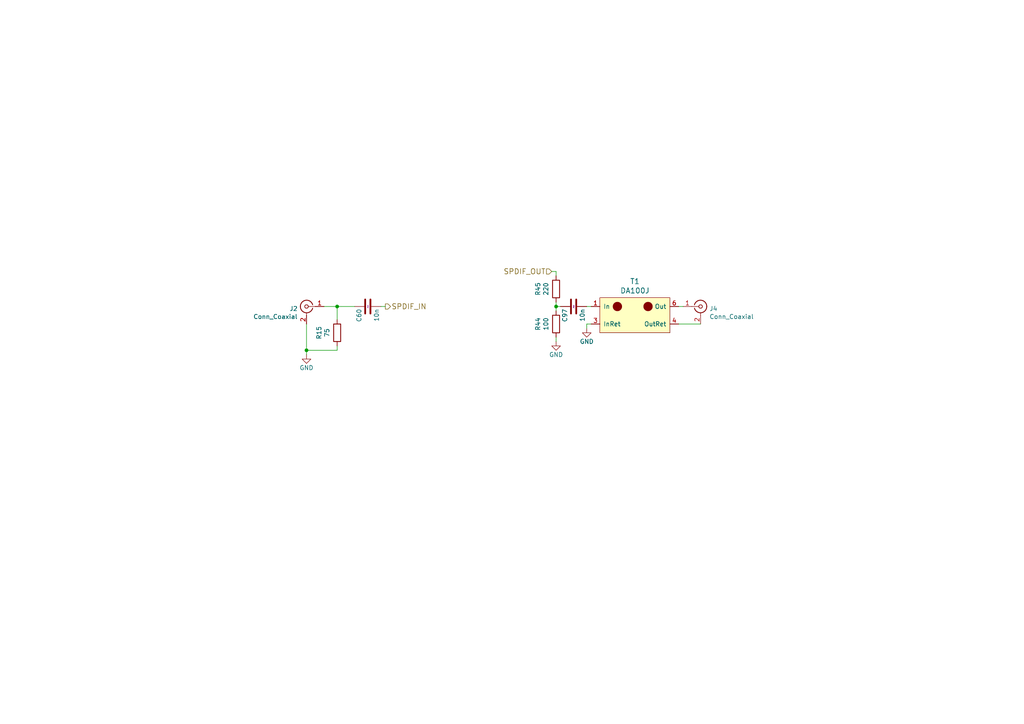
<source format=kicad_sch>
(kicad_sch (version 20211123) (generator eeschema)

  (uuid 22fd57c4-481e-4417-b920-694451210da2)

  (paper "A4")

  (title_block
    (title "SPDIF")
    (date "2021-03-30")
    (rev "V0.1")
  )

  (lib_symbols
    (symbol "Connector:Conn_Coaxial" (pin_names (offset 1.016) hide) (in_bom yes) (on_board yes)
      (property "Reference" "J" (id 0) (at 0.254 3.048 0)
        (effects (font (size 1.27 1.27)))
      )
      (property "Value" "Conn_Coaxial" (id 1) (at 2.921 0 90)
        (effects (font (size 1.27 1.27)))
      )
      (property "Footprint" "" (id 2) (at 0 0 0)
        (effects (font (size 1.27 1.27)) hide)
      )
      (property "Datasheet" " ~" (id 3) (at 0 0 0)
        (effects (font (size 1.27 1.27)) hide)
      )
      (property "ki_keywords" "BNC SMA SMB SMC LEMO coaxial connector CINCH RCA" (id 4) (at 0 0 0)
        (effects (font (size 1.27 1.27)) hide)
      )
      (property "ki_description" "coaxial connector (BNC, SMA, SMB, SMC, Cinch/RCA, LEMO, ...)" (id 5) (at 0 0 0)
        (effects (font (size 1.27 1.27)) hide)
      )
      (property "ki_fp_filters" "*BNC* *SMA* *SMB* *SMC* *Cinch* *LEMO*" (id 6) (at 0 0 0)
        (effects (font (size 1.27 1.27)) hide)
      )
      (symbol "Conn_Coaxial_0_1"
        (arc (start -1.778 -0.508) (mid 0.222 -1.808) (end 1.778 0)
          (stroke (width 0.254) (type default) (color 0 0 0 0))
          (fill (type none))
        )
        (polyline
          (pts
            (xy -2.54 0)
            (xy -0.508 0)
          )
          (stroke (width 0) (type default) (color 0 0 0 0))
          (fill (type none))
        )
        (polyline
          (pts
            (xy 0 -2.54)
            (xy 0 -1.778)
          )
          (stroke (width 0) (type default) (color 0 0 0 0))
          (fill (type none))
        )
        (circle (center 0 0) (radius 0.508)
          (stroke (width 0.2032) (type default) (color 0 0 0 0))
          (fill (type none))
        )
        (arc (start 1.778 0) (mid 0.222 1.8083) (end -1.778 0.508)
          (stroke (width 0.254) (type default) (color 0 0 0 0))
          (fill (type none))
        )
      )
      (symbol "Conn_Coaxial_1_1"
        (pin passive line (at -5.08 0 0) (length 2.54)
          (name "In" (effects (font (size 1.27 1.27))))
          (number "1" (effects (font (size 1.27 1.27))))
        )
        (pin passive line (at 0 -5.08 90) (length 2.54)
          (name "Ext" (effects (font (size 1.27 1.27))))
          (number "2" (effects (font (size 1.27 1.27))))
        )
      )
    )
    (symbol "Device:C" (pin_numbers hide) (pin_names (offset 0.254)) (in_bom yes) (on_board yes)
      (property "Reference" "C" (id 0) (at 0.635 2.54 0)
        (effects (font (size 1.27 1.27)) (justify left))
      )
      (property "Value" "C" (id 1) (at 0.635 -2.54 0)
        (effects (font (size 1.27 1.27)) (justify left))
      )
      (property "Footprint" "" (id 2) (at 0.9652 -3.81 0)
        (effects (font (size 1.27 1.27)) hide)
      )
      (property "Datasheet" "~" (id 3) (at 0 0 0)
        (effects (font (size 1.27 1.27)) hide)
      )
      (property "ki_keywords" "cap capacitor" (id 4) (at 0 0 0)
        (effects (font (size 1.27 1.27)) hide)
      )
      (property "ki_description" "Unpolarized capacitor" (id 5) (at 0 0 0)
        (effects (font (size 1.27 1.27)) hide)
      )
      (property "ki_fp_filters" "C_*" (id 6) (at 0 0 0)
        (effects (font (size 1.27 1.27)) hide)
      )
      (symbol "C_0_1"
        (polyline
          (pts
            (xy -2.032 -0.762)
            (xy 2.032 -0.762)
          )
          (stroke (width 0.508) (type default) (color 0 0 0 0))
          (fill (type none))
        )
        (polyline
          (pts
            (xy -2.032 0.762)
            (xy 2.032 0.762)
          )
          (stroke (width 0.508) (type default) (color 0 0 0 0))
          (fill (type none))
        )
      )
      (symbol "C_1_1"
        (pin passive line (at 0 3.81 270) (length 2.794)
          (name "~" (effects (font (size 1.27 1.27))))
          (number "1" (effects (font (size 1.27 1.27))))
        )
        (pin passive line (at 0 -3.81 90) (length 2.794)
          (name "~" (effects (font (size 1.27 1.27))))
          (number "2" (effects (font (size 1.27 1.27))))
        )
      )
    )
    (symbol "Device:R" (pin_numbers hide) (pin_names (offset 0)) (in_bom yes) (on_board yes)
      (property "Reference" "R" (id 0) (at 2.032 0 90)
        (effects (font (size 1.27 1.27)))
      )
      (property "Value" "R" (id 1) (at 0 0 90)
        (effects (font (size 1.27 1.27)))
      )
      (property "Footprint" "" (id 2) (at -1.778 0 90)
        (effects (font (size 1.27 1.27)) hide)
      )
      (property "Datasheet" "~" (id 3) (at 0 0 0)
        (effects (font (size 1.27 1.27)) hide)
      )
      (property "ki_keywords" "R res resistor" (id 4) (at 0 0 0)
        (effects (font (size 1.27 1.27)) hide)
      )
      (property "ki_description" "Resistor" (id 5) (at 0 0 0)
        (effects (font (size 1.27 1.27)) hide)
      )
      (property "ki_fp_filters" "R_*" (id 6) (at 0 0 0)
        (effects (font (size 1.27 1.27)) hide)
      )
      (symbol "R_0_1"
        (rectangle (start -1.016 -2.54) (end 1.016 2.54)
          (stroke (width 0.254) (type default) (color 0 0 0 0))
          (fill (type none))
        )
      )
      (symbol "R_1_1"
        (pin passive line (at 0 3.81 270) (length 1.27)
          (name "~" (effects (font (size 1.27 1.27))))
          (number "1" (effects (font (size 1.27 1.27))))
        )
        (pin passive line (at 0 -3.81 90) (length 1.27)
          (name "~" (effects (font (size 1.27 1.27))))
          (number "2" (effects (font (size 1.27 1.27))))
        )
      )
    )
    (symbol "Transformer_Audio:DA100J" (pin_names (offset 1.016)) (in_bom yes) (on_board yes)
      (property "Reference" "T" (id 0) (at 0 7.62 0)
        (effects (font (size 1.524 1.524)))
      )
      (property "Value" "DA100J" (id 1) (at 0 10.16 0)
        (effects (font (size 1.524 1.524)))
      )
      (property "Footprint" "" (id 2) (at 0 10.16 0)
        (effects (font (size 1.524 1.524)) hide)
      )
      (property "Datasheet" "" (id 3) (at 0 10.16 0)
        (effects (font (size 1.524 1.524)) hide)
      )
      (symbol "DA100J_0_1"
        (rectangle (start -10.16 5.08) (end 10.16 -5.08)
          (stroke (width 0) (type default) (color 0 0 0 0))
          (fill (type background))
        )
        (circle (center -5.08 2.54) (radius 1.27)
          (stroke (width 0) (type default) (color 0 0 0 0))
          (fill (type outline))
        )
        (circle (center 3.81 2.54) (radius 1.27)
          (stroke (width 0) (type default) (color 0 0 0 0))
          (fill (type outline))
        )
      )
      (symbol "DA100J_1_1"
        (pin input line (at -12.7 2.54 0) (length 2.54)
          (name "In" (effects (font (size 1.27 1.27))))
          (number "1" (effects (font (size 1.27 1.27))))
        )
        (pin input line (at -12.7 0 0) (length 2.54) hide
          (name "NC" (effects (font (size 1.27 1.27))))
          (number "2" (effects (font (size 1.27 1.27))))
        )
        (pin input line (at -12.7 -2.54 0) (length 2.54)
          (name "InRet" (effects (font (size 1.27 1.27))))
          (number "3" (effects (font (size 1.27 1.27))))
        )
        (pin output line (at 12.7 -2.54 180) (length 2.54)
          (name "OutRet" (effects (font (size 1.27 1.27))))
          (number "4" (effects (font (size 1.27 1.27))))
        )
        (pin output line (at 12.7 0 180) (length 2.54) hide
          (name "NC" (effects (font (size 1.27 1.27))))
          (number "5" (effects (font (size 1.27 1.27))))
        )
        (pin output line (at 12.7 2.54 180) (length 2.54)
          (name "Out" (effects (font (size 1.27 1.27))))
          (number "6" (effects (font (size 1.27 1.27))))
        )
      )
    )
    (symbol "power:GND" (power) (pin_names (offset 0)) (in_bom yes) (on_board yes)
      (property "Reference" "#PWR" (id 0) (at 0 -6.35 0)
        (effects (font (size 1.27 1.27)) hide)
      )
      (property "Value" "GND" (id 1) (at 0 -3.81 0)
        (effects (font (size 1.27 1.27)))
      )
      (property "Footprint" "" (id 2) (at 0 0 0)
        (effects (font (size 1.27 1.27)) hide)
      )
      (property "Datasheet" "" (id 3) (at 0 0 0)
        (effects (font (size 1.27 1.27)) hide)
      )
      (property "ki_keywords" "global power" (id 4) (at 0 0 0)
        (effects (font (size 1.27 1.27)) hide)
      )
      (property "ki_description" "Power symbol creates a global label with name \"GND\" , ground" (id 5) (at 0 0 0)
        (effects (font (size 1.27 1.27)) hide)
      )
      (symbol "GND_0_1"
        (polyline
          (pts
            (xy 0 0)
            (xy 0 -1.27)
            (xy 1.27 -1.27)
            (xy 0 -2.54)
            (xy -1.27 -1.27)
            (xy 0 -1.27)
          )
          (stroke (width 0) (type default) (color 0 0 0 0))
          (fill (type none))
        )
      )
      (symbol "GND_1_1"
        (pin power_in line (at 0 0 270) (length 0) hide
          (name "GND" (effects (font (size 1.27 1.27))))
          (number "1" (effects (font (size 1.27 1.27))))
        )
      )
    )
  )

  (junction (at 161.29 88.9) (diameter 0) (color 0 0 0 0)
    (uuid 42b7a68a-3837-4773-af68-a35059da48c3)
  )
  (junction (at 88.9 101.6) (diameter 0) (color 0 0 0 0)
    (uuid d7b67c11-d515-46cf-bcf0-0f0ef2d0158a)
  )
  (junction (at 97.79 88.9) (diameter 0) (color 0 0 0 0)
    (uuid de7d8275-fd45-47d5-ae9a-4b0c51b81f57)
  )

  (wire (pts (xy 161.29 97.79) (xy 161.29 99.06))
    (stroke (width 0) (type default) (color 0 0 0 0))
    (uuid 08d1dac8-0d6e-4029-9a06-c8863d7fbd51)
  )
  (wire (pts (xy 170.18 88.9) (xy 171.45 88.9))
    (stroke (width 0) (type default) (color 0 0 0 0))
    (uuid 18b6dcb6-5ab3-481b-b998-33e8cf6d281f)
  )
  (wire (pts (xy 88.9 93.98) (xy 88.9 101.6))
    (stroke (width 0) (type default) (color 0 0 0 0))
    (uuid 1ec648ca-df29-4910-86ed-6f48e345dbdb)
  )
  (wire (pts (xy 161.29 78.74) (xy 161.29 80.01))
    (stroke (width 0) (type default) (color 0 0 0 0))
    (uuid 25b39db8-8576-4473-b331-b912323e85f4)
  )
  (wire (pts (xy 97.79 101.6) (xy 97.79 100.33))
    (stroke (width 0) (type default) (color 0 0 0 0))
    (uuid 30cf5573-2ac5-4d4b-8678-7fcebe2bcd36)
  )
  (wire (pts (xy 160.02 78.74) (xy 161.29 78.74))
    (stroke (width 0) (type default) (color 0 0 0 0))
    (uuid 40962e92-90b6-487d-b0dc-0a6c42b5ebc2)
  )
  (wire (pts (xy 161.29 87.63) (xy 161.29 88.9))
    (stroke (width 0) (type default) (color 0 0 0 0))
    (uuid 41fc1c23-edd4-45a5-8036-7f62b013770f)
  )
  (wire (pts (xy 88.9 102.87) (xy 88.9 101.6))
    (stroke (width 0) (type default) (color 0 0 0 0))
    (uuid 6428332e-b689-4aa8-86bb-3bee31b6f177)
  )
  (wire (pts (xy 102.87 88.9) (xy 97.79 88.9))
    (stroke (width 0) (type default) (color 0 0 0 0))
    (uuid 6b013cb8-9e09-4a62-b02d-814d5cfa604e)
  )
  (wire (pts (xy 97.79 88.9) (xy 97.79 92.71))
    (stroke (width 0) (type default) (color 0 0 0 0))
    (uuid 782e74f8-8e76-4e6f-bfec-df9b9d96b19d)
  )
  (wire (pts (xy 198.12 88.9) (xy 196.85 88.9))
    (stroke (width 0) (type default) (color 0 0 0 0))
    (uuid 7cc510d9-2339-42a7-bb31-eff1142f0636)
  )
  (wire (pts (xy 111.76 88.9) (xy 110.49 88.9))
    (stroke (width 0) (type default) (color 0 0 0 0))
    (uuid 986fa662-6dc8-4009-9871-995c9cfdbebc)
  )
  (wire (pts (xy 196.85 93.98) (xy 203.2 93.98))
    (stroke (width 0) (type default) (color 0 0 0 0))
    (uuid a60f8360-f38f-439d-b446-391101ae4282)
  )
  (wire (pts (xy 93.98 88.9) (xy 97.79 88.9))
    (stroke (width 0) (type default) (color 0 0 0 0))
    (uuid a7035c1b-863b-4bbf-a32a-6ebba2814e2c)
  )
  (wire (pts (xy 170.18 95.25) (xy 170.18 93.98))
    (stroke (width 0) (type default) (color 0 0 0 0))
    (uuid c66790a8-2c84-47da-b059-a728d9f51463)
  )
  (wire (pts (xy 171.45 93.98) (xy 170.18 93.98))
    (stroke (width 0) (type default) (color 0 0 0 0))
    (uuid cb4b7bcd-f8cd-4398-9baf-986854c6b2ae)
  )
  (wire (pts (xy 88.9 101.6) (xy 97.79 101.6))
    (stroke (width 0) (type default) (color 0 0 0 0))
    (uuid cd1b9f49-f6c4-4c81-a715-14d19fd506d7)
  )
  (wire (pts (xy 161.29 88.9) (xy 161.29 90.17))
    (stroke (width 0) (type default) (color 0 0 0 0))
    (uuid dfa2c928-7d9a-4cd3-90db-112716296421)
  )
  (wire (pts (xy 161.29 88.9) (xy 162.56 88.9))
    (stroke (width 0) (type default) (color 0 0 0 0))
    (uuid f9e60890-c09c-4221-9409-43a2ec4885e8)
  )

  (hierarchical_label "SPDIF_IN" (shape output) (at 111.76 88.9 0)
    (effects (font (size 1.524 1.524)) (justify left))
    (uuid 217a6ab0-8c75-4e09-8113-c7b7b906da43)
  )
  (hierarchical_label "SPDIF_OUT" (shape input) (at 160.02 78.74 180)
    (effects (font (size 1.524 1.524)) (justify right))
    (uuid 41ef6d8e-078c-46e5-a743-15f86f94b1c5)
  )

  (symbol (lib_id "Device:C") (at 106.68 88.9 90) (mirror x) (unit 1)
    (in_bom yes) (on_board yes)
    (uuid 00000000-0000-0000-0000-00005b17a13d)
    (property "Reference" "C60" (id 0) (at 104.14 89.535 0)
      (effects (font (size 1.27 1.27)) (justify left))
    )
    (property "Value" "10n" (id 1) (at 109.22 89.535 0)
      (effects (font (size 1.27 1.27)) (justify left))
    )
    (property "Footprint" "Capacitor_SMD:C_0402_1005Metric" (id 2) (at 110.49 89.8652 0)
      (effects (font (size 0.762 0.762)) hide)
    )
    (property "Datasheet" "~" (id 3) (at 106.68 88.9 0)
      (effects (font (size 1.524 1.524)))
    )
    (property "Mfr.Nr." "" (id 4) (at 106.68 88.9 0)
      (effects (font (size 1.27 1.27)) hide)
    )
    (property "MPN" "C15195" (id 5) (at 106.68 88.9 0)
      (effects (font (size 1.27 1.27)) hide)
    )
    (pin "1" (uuid cd0bd3d6-388c-4bd3-a1bb-9766fed659c2))
    (pin "2" (uuid 834201f4-8d45-4200-bfe8-92ad98d89eb3))
  )

  (symbol (lib_id "Device:R") (at 97.79 96.52 0) (unit 1)
    (in_bom yes) (on_board yes)
    (uuid 00000000-0000-0000-0000-0000606a5c2e)
    (property "Reference" "R15" (id 0) (at 92.5322 96.52 90))
    (property "Value" "75" (id 1) (at 94.8436 96.52 90))
    (property "Footprint" "Resistor_SMD:R_0402_1005Metric" (id 2) (at 96.012 96.52 90)
      (effects (font (size 1.27 1.27)) hide)
    )
    (property "Datasheet" "~" (id 3) (at 97.79 96.52 0)
      (effects (font (size 1.27 1.27)) hide)
    )
    (property "Mfr.Nr." "" (id 4) (at 97.79 96.52 0)
      (effects (font (size 1.27 1.27)) hide)
    )
    (property "MPN" "C25133" (id 5) (at 97.79 96.52 0)
      (effects (font (size 1.27 1.27)) hide)
    )
    (pin "1" (uuid 7720021d-9a25-4287-b788-ca5732c07157))
    (pin "2" (uuid 4c37b896-33bd-4871-8fb1-55f67478f1bc))
  )

  (symbol (lib_id "Transformer_Audio:DA100J") (at 184.15 91.44 0) (unit 1)
    (in_bom yes) (on_board yes)
    (uuid 00000000-0000-0000-0000-0000606b12b5)
    (property "Reference" "T1" (id 0) (at 184.15 81.6102 0)
      (effects (font (size 1.524 1.524)))
    )
    (property "Value" "DA100J" (id 1) (at 184.15 84.3026 0)
      (effects (font (size 1.524 1.524)))
    )
    (property "Footprint" "Transformer_Audio:SOIC-6" (id 2) (at 184.15 81.28 0)
      (effects (font (size 1.524 1.524)) hide)
    )
    (property "Datasheet" "" (id 3) (at 184.15 81.28 0)
      (effects (font (size 1.524 1.524)) hide)
    )
    (property "Mfr.Nr." "M" (id 4) (at 184.15 91.44 0)
      (effects (font (size 1.27 1.27)) hide)
    )
    (pin "1" (uuid 25615fec-6439-4429-99d8-8ae35ffc0dca))
    (pin "2" (uuid 40007234-e1ec-43d5-a4e0-07dc8211188c))
    (pin "3" (uuid 994df06d-38b8-49e4-b60e-351a16723a80))
    (pin "4" (uuid e4a972ab-cc61-48e4-8137-98d98e7b5132))
    (pin "5" (uuid 078b3a61-65cd-4002-9839-1acbf20f199a))
    (pin "6" (uuid ecb279f9-e185-49a4-bf64-6732547e0076))
  )

  (symbol (lib_id "power:GND") (at 170.18 95.25 0) (unit 1)
    (in_bom yes) (on_board yes)
    (uuid 00000000-0000-0000-0000-0000606b3c38)
    (property "Reference" "#PWR0192" (id 0) (at 170.18 101.6 0)
      (effects (font (size 1.27 1.27)) hide)
    )
    (property "Value" "GND" (id 1) (at 170.18 99.06 0))
    (property "Footprint" "" (id 2) (at 170.18 95.25 0)
      (effects (font (size 1.27 1.27)) hide)
    )
    (property "Datasheet" "" (id 3) (at 170.18 95.25 0)
      (effects (font (size 1.27 1.27)) hide)
    )
    (pin "1" (uuid 5e0f5619-aaa8-4d6a-a5b1-663f0da17d89))
  )

  (symbol (lib_id "Device:C") (at 166.37 88.9 90) (mirror x) (unit 1)
    (in_bom yes) (on_board yes)
    (uuid 00000000-0000-0000-0000-0000606b665c)
    (property "Reference" "C97" (id 0) (at 163.83 89.535 0)
      (effects (font (size 1.27 1.27)) (justify left))
    )
    (property "Value" "10n" (id 1) (at 168.91 89.535 0)
      (effects (font (size 1.27 1.27)) (justify left))
    )
    (property "Footprint" "Capacitor_SMD:C_0402_1005Metric" (id 2) (at 170.18 89.8652 0)
      (effects (font (size 0.762 0.762)) hide)
    )
    (property "Datasheet" "~" (id 3) (at 166.37 88.9 0)
      (effects (font (size 1.524 1.524)))
    )
    (property "Mfr.Nr." "" (id 4) (at 166.37 88.9 0)
      (effects (font (size 1.27 1.27)) hide)
    )
    (property "MPN" "C15195" (id 5) (at 166.37 88.9 0)
      (effects (font (size 1.27 1.27)) hide)
    )
    (pin "1" (uuid 5ea9cd63-63a1-4ae9-9645-2fc4f8ec3a3c))
    (pin "2" (uuid 2b853e73-dfe6-4a96-bfa7-26c7b992eaa1))
  )

  (symbol (lib_id "Device:R") (at 161.29 93.98 0) (unit 1)
    (in_bom yes) (on_board yes)
    (uuid 00000000-0000-0000-0000-0000606b7b41)
    (property "Reference" "R44" (id 0) (at 156.0322 93.98 90))
    (property "Value" "100" (id 1) (at 158.3436 93.98 90))
    (property "Footprint" "Resistor_SMD:R_0402_1005Metric" (id 2) (at 159.512 93.98 90)
      (effects (font (size 1.27 1.27)) hide)
    )
    (property "Datasheet" "~" (id 3) (at 161.29 93.98 0)
      (effects (font (size 1.27 1.27)) hide)
    )
    (property "Mfr.Nr." "" (id 4) (at 161.29 93.98 0)
      (effects (font (size 1.27 1.27)) hide)
    )
    (property "MPN" "C25076" (id 5) (at 161.29 93.98 0)
      (effects (font (size 1.27 1.27)) hide)
    )
    (pin "1" (uuid 9e7145b8-abe1-4d73-b5a1-ca1028035b62))
    (pin "2" (uuid 78a7a05e-dc9c-465f-9cb0-9a5ba78cf4a2))
  )

  (symbol (lib_id "Device:R") (at 161.29 83.82 0) (unit 1)
    (in_bom yes) (on_board yes)
    (uuid 00000000-0000-0000-0000-0000606b8671)
    (property "Reference" "R45" (id 0) (at 156.0322 83.82 90))
    (property "Value" "220" (id 1) (at 158.3436 83.82 90))
    (property "Footprint" "Resistor_SMD:R_0402_1005Metric" (id 2) (at 159.512 83.82 90)
      (effects (font (size 1.27 1.27)) hide)
    )
    (property "Datasheet" "~" (id 3) (at 161.29 83.82 0)
      (effects (font (size 1.27 1.27)) hide)
    )
    (property "Mfr.Nr." "" (id 4) (at 161.29 83.82 0)
      (effects (font (size 1.27 1.27)) hide)
    )
    (property "MPN" "C25091" (id 5) (at 161.29 83.82 0)
      (effects (font (size 1.27 1.27)) hide)
    )
    (pin "1" (uuid e687a96d-656d-4eed-a641-a969284f51bc))
    (pin "2" (uuid 8b0605c7-547e-4ac4-93ca-9aee84f60c4a))
  )

  (symbol (lib_id "power:GND") (at 161.29 99.06 0) (unit 1)
    (in_bom yes) (on_board yes)
    (uuid 00000000-0000-0000-0000-0000606b988d)
    (property "Reference" "#PWR0193" (id 0) (at 161.29 105.41 0)
      (effects (font (size 1.27 1.27)) hide)
    )
    (property "Value" "GND" (id 1) (at 161.29 102.87 0))
    (property "Footprint" "" (id 2) (at 161.29 99.06 0)
      (effects (font (size 1.27 1.27)) hide)
    )
    (property "Datasheet" "" (id 3) (at 161.29 99.06 0)
      (effects (font (size 1.27 1.27)) hide)
    )
    (pin "1" (uuid 34b1eaa7-407c-426f-9832-69cd30a56490))
  )

  (symbol (lib_id "Connector:Conn_Coaxial") (at 88.9 88.9 0) (mirror y) (unit 1)
    (in_bom yes) (on_board yes)
    (uuid 00000000-0000-0000-0000-000060de5514)
    (property "Reference" "J2" (id 0) (at 86.36 89.535 0)
      (effects (font (size 1.27 1.27)) (justify left))
    )
    (property "Value" "Conn_Coaxial" (id 1) (at 86.36 91.8464 0)
      (effects (font (size 1.27 1.27)) (justify left))
    )
    (property "Footprint" "Connector_Audio_Custom:cui_rcj_02x" (id 2) (at 88.9 88.9 0)
      (effects (font (size 1.27 1.27)) hide)
    )
    (property "Datasheet" " ~" (id 3) (at 88.9 88.9 0)
      (effects (font (size 1.27 1.27)) hide)
    )
    (property "Mfr.Nr." "DK" (id 4) (at 88.9 88.9 0)
      (effects (font (size 1.27 1.27)) hide)
    )
    (pin "1" (uuid 7ba27b0c-336f-4704-9838-6aab68ab47af))
    (pin "2" (uuid 55516702-b00e-4d30-b585-7a6abe5e6bf0))
  )

  (symbol (lib_id "Connector:Conn_Coaxial") (at 203.2 88.9 0) (unit 1)
    (in_bom yes) (on_board yes)
    (uuid 00000000-0000-0000-0000-000060de8f42)
    (property "Reference" "J4" (id 0) (at 205.74 89.535 0)
      (effects (font (size 1.27 1.27)) (justify left))
    )
    (property "Value" "Conn_Coaxial" (id 1) (at 205.74 91.8464 0)
      (effects (font (size 1.27 1.27)) (justify left))
    )
    (property "Footprint" "Connector_Audio_Custom:cui_rcj_02x" (id 2) (at 203.2 88.9 0)
      (effects (font (size 1.27 1.27)) hide)
    )
    (property "Datasheet" " ~" (id 3) (at 203.2 88.9 0)
      (effects (font (size 1.27 1.27)) hide)
    )
    (property "Mfr.Nr." "DK" (id 4) (at 203.2 88.9 0)
      (effects (font (size 1.27 1.27)) hide)
    )
    (pin "1" (uuid 3d32b8e0-b4e5-43d7-a8d3-9afeb4421221))
    (pin "2" (uuid 2b005422-dce3-40a5-9dbb-ae4c3ee050e8))
  )

  (symbol (lib_id "power:GND") (at 88.9 102.87 0) (unit 1)
    (in_bom yes) (on_board yes)
    (uuid 00000000-0000-0000-0000-000060deb8da)
    (property "Reference" "#PWR0189" (id 0) (at 88.9 109.22 0)
      (effects (font (size 1.27 1.27)) hide)
    )
    (property "Value" "GND" (id 1) (at 88.9 106.68 0))
    (property "Footprint" "" (id 2) (at 88.9 102.87 0)
      (effects (font (size 1.27 1.27)) hide)
    )
    (property "Datasheet" "" (id 3) (at 88.9 102.87 0)
      (effects (font (size 1.27 1.27)) hide)
    )
    (pin "1" (uuid 419916f5-b5fe-41d8-af1c-c9a86858eaad))
  )
)

</source>
